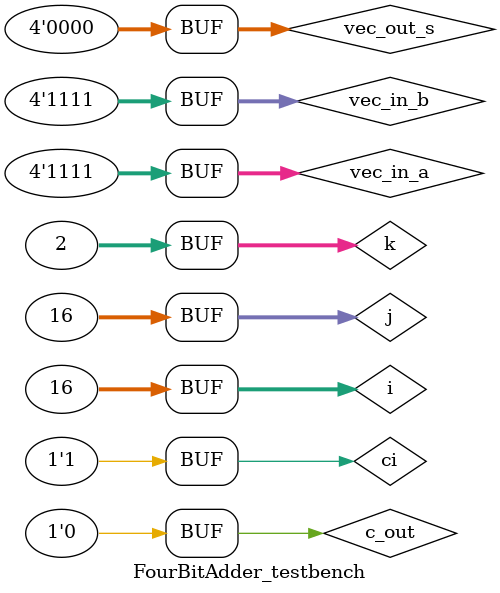
<source format=sv>
module FourBitAdder(input logic ci,input logic [3:0]vec_in_b,vec_in_a, output logic [3:0]vec_out_s,output logic c_out);
	//logic [3:0]S_out;
	logic [2:0]vec_c_out;
	//input logic ci,b,a, output logic s,c0
	FullAdder FA1(ci,vec_in_b[0],vec_in_a[0],vec_out_s[0],vec_c_out[0]);
	FullAdder FA2(vec_c_out[0],vec_in_b[1],vec_in_a[1],vec_out_s[1],vec_c_out[1]);
	FullAdder FA3(vec_c_out[1],vec_in_b[2],vec_in_a[2],vec_out_s[2],vec_c_out[2]);
	FullAdder FA4(vec_c_out[2],vec_in_b[3],vec_in_a[3],vec_out_s[3],c_out);
endmodule

module FourBitAdder_testbench();
	logic ci,c_out;
	logic [3:0]vec_in_b,vec_in_a,vec_out_s;
    integer i,j,k;

    FourBitAdder DUT(ci,vec_in_b,vec_in_a,vec_out_s,c_out);
    initial 
    begin
        $display("b:a:ci    s:c0");    
    end

    initial 
    begin
        vec_in_b = 4'h0;vec_in_a = 4'h0;ci = 4'h0;c_out = 4'h0;vec_out_s = 4'h0;
        for(i = 0; i < 16; i++)
        begin
            $monitor("%h%h%h       %h%h",vec_in_b,vec_in_a,ci,c_out,vec_out_s);
            vec_in_b = i;#10;
            for(j = 0; j < 16; j++)
            begin
                $monitor("%h%h%h       %h%h",vec_in_b,vec_in_a,ci,c_out,vec_out_s);
                vec_in_a = j;#10;
                for(k = 0; k < 2; k++)
                begin
                    $monitor("%h%h%h       %h%h",vec_in_b,vec_in_a,ci,c_out,vec_out_s);
                    ci = k;#10;
                    assert(ci + vec_in_b + vec_in_a == i + j + k);
                end
            end
        end
    end
endmodule
</source>
